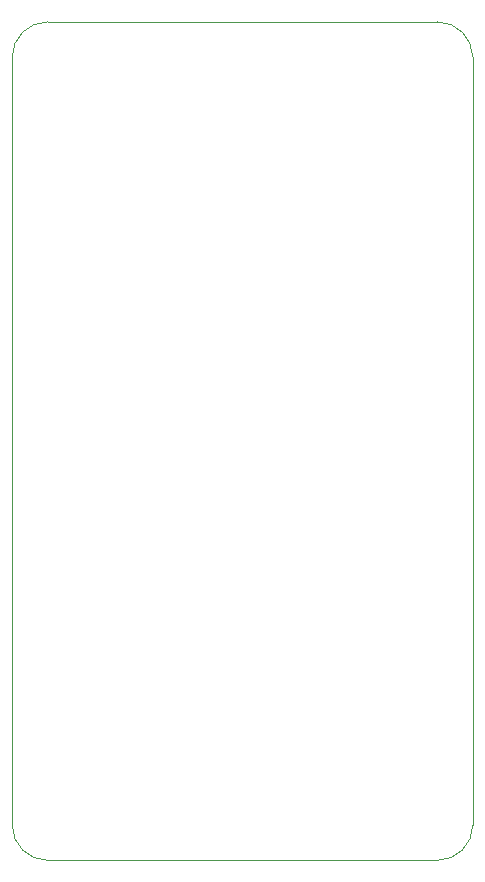
<source format=gbr>
%TF.GenerationSoftware,KiCad,Pcbnew,7.0.8*%
%TF.CreationDate,2023-10-15T13:57:06+02:00*%
%TF.ProjectId,AxxSolder,41787853-6f6c-4646-9572-2e6b69636164,rev?*%
%TF.SameCoordinates,Original*%
%TF.FileFunction,Profile,NP*%
%FSLAX46Y46*%
G04 Gerber Fmt 4.6, Leading zero omitted, Abs format (unit mm)*
G04 Created by KiCad (PCBNEW 7.0.8) date 2023-10-15 13:57:06*
%MOMM*%
%LPD*%
G01*
G04 APERTURE LIST*
%TA.AperFunction,Profile*%
%ADD10C,0.100000*%
%TD*%
G04 APERTURE END LIST*
D10*
X136000000Y-50000000D02*
G75*
G03*
X133000000Y-47000000I-3000000J0D01*
G01*
X97000000Y-115000000D02*
X97000000Y-50000000D01*
X133000000Y-118000000D02*
G75*
G03*
X136000000Y-115000000I0J3000000D01*
G01*
X133000000Y-118000000D02*
X100000000Y-118000000D01*
X97000000Y-115000000D02*
G75*
G03*
X100000000Y-118000000I3000000J0D01*
G01*
X136000000Y-50000000D02*
X136000000Y-115000000D01*
X100000000Y-47000000D02*
G75*
G03*
X97000000Y-50000000I0J-3000000D01*
G01*
X100000000Y-47000000D02*
X133000000Y-47000000D01*
M02*

</source>
